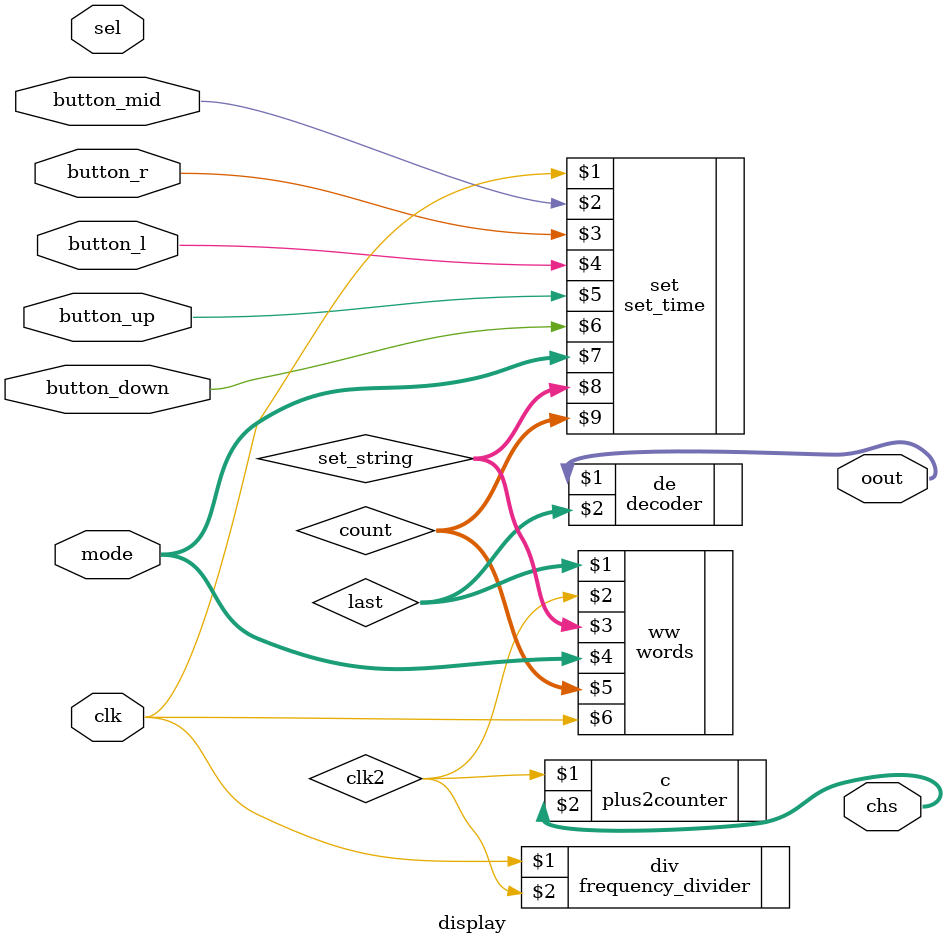
<source format=v>
`timescale 1ns/1ps

module display (clk, chs,oout, sel, button_mid, button_r, button_l, button_up, button_down, mode);

output [7:0]chs ;
output [7:0]oout;

input clk;
input sel;
input button_mid;
input button_l;
input button_r;
input button_down;
input button_up;
input [3:0]mode;

wire [3:0]last;
wire clk2;
wire [79:0] nowtime;
wire [83:0]set_string;
wire [4:0] count;



 frequency_divider div(clk, clk2);
 set_time set(clk, button_mid, button_r, button_l, button_up, button_down,mode, set_string, count);
 plus2counter c(clk2, chs);
 words ww(last, clk2, set_string, mode, count, clk);
 decoder de(oout, last);

    
endmodule
</source>
